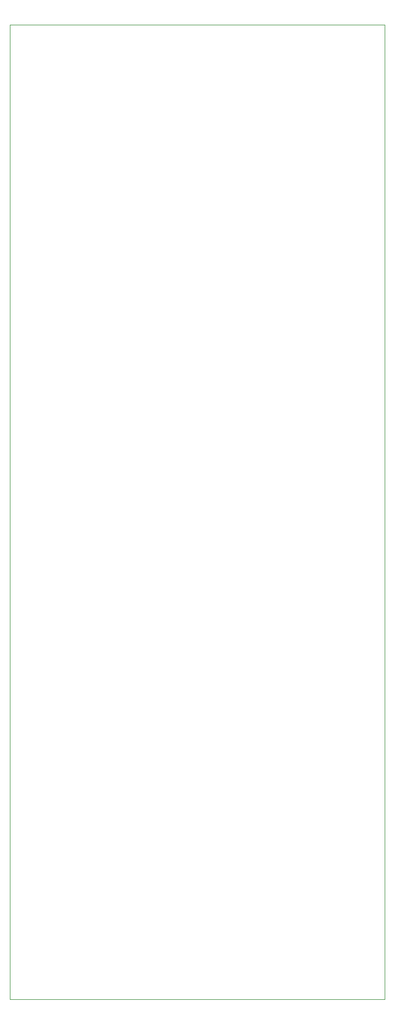
<source format=gbr>
%TF.GenerationSoftware,KiCad,Pcbnew,8.0.6*%
%TF.CreationDate,2024-12-16T16:51:31+01:00*%
%TF.ProjectId,Beecounter,42656563-6f75-46e7-9465-722e6b696361,rev?*%
%TF.SameCoordinates,Original*%
%TF.FileFunction,Other,User*%
%FSLAX46Y46*%
G04 Gerber Fmt 4.6, Leading zero omitted, Abs format (unit mm)*
G04 Created by KiCad (PCBNEW 8.0.6) date 2024-12-16 16:51:31*
%MOMM*%
%LPD*%
G01*
G04 APERTURE LIST*
%ADD10C,0.100000*%
G04 APERTURE END LIST*
D10*
X36090000Y-51830000D02*
X93910000Y-51830000D01*
X93910000Y-201950000D01*
X36090000Y-201950000D01*
X36090000Y-51830000D01*
M02*

</source>
